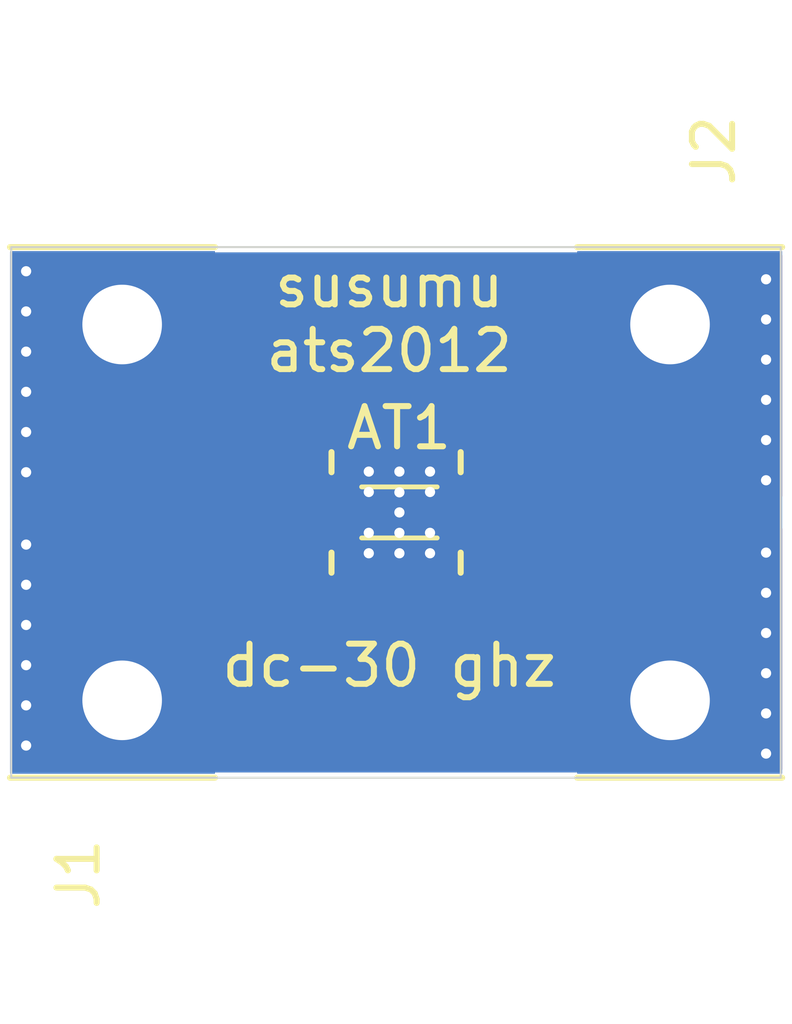
<source format=kicad_pcb>
(kicad_pcb (version 20201220) (generator pcbnew)
  (layers (0 "F.Cu" signal) (1 "In1.Cu" signal) (2 "In2.Cu" signal) (31 "B.Cu" signal) (34 "B.Paste" user) (35 "F.Paste" user) (36 "B.SilkS" user "B.Silkscreen") (37 "F.SilkS" user "F.Silkscreen") (38 "B.Mask" user) (39 "F.Mask" user) (44 "Edge.Cuts" user))
  (net 0 "")
  (net 1 "GND")
  (net 2 "Net-(AT1-Pad2)")
  (net 3 "Net-(AT1-Pad1)")
  (footprint "jtk_rf_footprints:ATS2012" (layer "F.Cu") (at 111.76 114.3)
    (fp_text reference "AT1" (at -0.01 -2.1 unlocked) (layer "F.SilkS"))
    (fp_text value "ATS2012")
    (fp_line (start -0.9398 0.635) (end 0.9398 0.635) (layer "F.SilkS") (width 0.12))
    (fp_line (start -0.9398 -0.635) (end 0.9398 -0.635) (layer "F.SilkS") (width 0.12))
    (pad "1" smd rect (at -0.82 0) (size 0.36 0.25) (layers "F.Cu" "F.Paste" "F.Mask") (net 3 "Net-(AT1-Pad1)"))
    (pad "2" smd rect (at 0.82 0) (size 0.36 0.25) (layers "F.Cu" "F.Paste" "F.Mask") (net 2 "Net-(AT1-Pad2)"))
    (pad "3" smd rect (at 0 0.4) (size 2 0.25) (layers "F.Cu" "F.Paste" "F.Mask") (net 1 "GND"))
    (pad "3" smd rect (at 0 0) (size 0.62 1.02) (layers "F.Cu" "F.Paste" "F.Mask") (net 1 "GND"))
    (pad "3" smd rect (at 0 -0.4) (size 2 0.25) (layers "F.Cu" "F.Paste" "F.Mask") (net 1 "GND"))
  )
  (footprint "jtk_rf_footprints:sw_edge_oshpark_4layer" (layer "F.Cu") (at 102.07 114.3 90)
    (fp_text reference "J1" (at -9 1.7 90) (layer "F.SilkS"))
    (fp_text value "Conn_Coaxial")
    (fp_line (start -6.6 5) (end -6.6 5.1) (layer "F.SilkS") (width 0.15))
    (fp_line (start 1 8) (end 1.5 8) (layer "F.SilkS") (width 0.15))
    (fp_line (start 6.6 0) (end 6.6 5.1) (layer "F.SilkS") (width 0.15))
    (fp_line (start -6.6 0) (end -6.6 5) (layer "F.SilkS") (width 0.15))
    (fp_line (start -1 8) (end -1.5 8) (layer "F.SilkS") (width 0.15))
    (pad "1" smd rect (at 0 3.04 90) (size 0.41 4.08) (layers "F.Cu") (net 3 "Net-(AT1-Pad1)"))
    (pad "1" smd trapezoid (at 0 0.55 90) (size 0.3 0.95) (rect_delta 0 0.11) (layers "F.Cu" "F.Mask") (net 3 "Net-(AT1-Pad1)"))
    (pad "2" thru_hole circle (at 5 0.4 90) (size 0.5 0.5) (drill 0.254) (layers *.Cu *.Mask) (net 1 "GND"))
    (pad "2" thru_hole circle (at 2 0.4 90) (size 0.5 0.5) (drill 0.254) (layers *.Cu *.Mask) (net 1 "GND"))
    (pad "2" smd trapezoid (at 3.4 0.7 90) (size 5.8 0.2) (rect_delta 0 -0.2) (layers "F.Cu" "F.Mask") (net 1 "GND"))
    (pad "2" thru_hole circle (at -0.8 0.4 90) (size 0.5 0.5) (drill 0.254) (layers *.Cu *.Mask) (net 1 "GND"))
    (pad "2" smd rect (at 3.4 0.3 270) (size 6 0.6) (layers "F.Cu" "F.Mask") (net 1 "GND"))
    (pad "2" smd rect (at 4.775 2.85 270) (size 3.25 4.5) (layers "F.Cu" "F.Mask") (net 1 "GND"))
    (pad "2" thru_hole circle (at -5.8 0.4 90) (size 0.5 0.5) (drill 0.254) (layers *.Cu *.Mask) (net 1 "GND"))
    (pad "2" thru_hole circle (at -4.8 0.4 90) (size 0.5 0.5) (drill 0.254) (layers *.Cu *.Mask) (net 1 "GND"))
    (pad "2" thru_hole circle (at -3.8 0.4 90) (size 0.5 0.5) (drill 0.254) (layers *.Cu *.Mask) (net 1 "GND"))
    (pad "2" thru_hole circle (at 3 0.4 90) (size 0.5 0.5) (drill 0.254) (layers *.Cu *.Mask) (net 1 "GND"))
    (pad "2" thru_hole circle (at 6 0.4 90) (size 0.5 0.5) (drill 0.254) (layers *.Cu *.Mask) (net 1 "GND"))
    (pad "2" thru_hole circle (at -1.8 0.4 90) (size 0.5 0.5) (drill 0.254) (layers *.Cu *.Mask) (net 1 "GND"))
    (pad "2" thru_hole circle (at 4.675 2.79 90) (size 3 3) (drill 1.98) (layers *.Cu *.Mask) (net 1 "GND"))
    (pad "2" smd trapezoid (at -3.4 0.7 90) (size 5.8 0.2) (rect_delta 0 -0.2) (layers "F.Cu" "F.Mask") (net 1 "GND"))
    (pad "2" thru_hole circle (at -2.8 0.4 90) (size 0.5 0.5) (drill 0.254) (layers *.Cu *.Mask) (net 1 "GND"))
    (pad "2" smd rect (at 0 2.55 270) (size 13 5.1) (layers "B.Cu" "B.Mask") (net 1 "GND"))
    (pad "2" thru_hole circle (at 4 0.4 90) (size 0.5 0.5) (drill 0.254) (layers *.Cu *.Mask) (net 1 "GND"))
    (pad "2" thru_hole circle (at -4.675 2.79 90) (size 3 3) (drill 1.98) (layers *.Cu *.Mask) (net 1 "GND"))
    (pad "2" smd rect (at -4.775 2.85 270) (size 3.25 4.5) (layers "F.Cu" "F.Mask") (net 1 "GND"))
    (pad "2" smd rect (at -3.4 0.3 270) (size 6 0.6) (layers "F.Cu" "F.Mask") (net 1 "GND"))
    (pad "2" thru_hole circle (at 1 0.4 90) (size 0.5 0.5) (drill 0.254) (layers *.Cu *.Mask) (net 1 "GND"))
  )
  (footprint "jtk_rf_footprints:sw_edge_oshpark_4layer" (layer "F.Cu") (at 121.285001 114.3 -90)
    (fp_text reference "J2" (at -9 1.7 90) (layer "F.SilkS"))
    (fp_text value "Conn_Coaxial")
    (fp_line (start -6.6 0) (end -6.6 5) (layer "F.SilkS") (width 0.15))
    (fp_line (start 6.6 0) (end 6.6 5.1) (layer "F.SilkS") (width 0.15))
    (fp_line (start 1 8) (end 1.5 8) (layer "F.SilkS") (width 0.15))
    (fp_line (start -6.6 5) (end -6.6 5.1) (layer "F.SilkS") (width 0.15))
    (fp_line (start -1 8) (end -1.5 8) (layer "F.SilkS") (width 0.15))
    (pad "1" smd rect (at 0 3.04 270) (size 0.41 4.08) (layers "F.Cu") (net 2 "Net-(AT1-Pad2)"))
    (pad "1" smd trapezoid (at 0 0.55 270) (size 0.3 0.95) (rect_delta 0 0.11) (layers "F.Cu" "F.Mask") (net 2 "Net-(AT1-Pad2)"))
    (pad "2" thru_hole circle (at -2.8 0.4 270) (size 0.5 0.5) (drill 0.254) (layers *.Cu *.Mask) (net 1 "GND"))
    (pad "2" smd rect (at 0 2.55 90) (size 13 5.1) (layers "B.Cu" "B.Mask") (net 1 "GND"))
    (pad "2" thru_hole circle (at -4.675 2.79 270) (size 3 3) (drill 1.98) (layers *.Cu *.Mask) (net 1 "GND"))
    (pad "2" thru_hole circle (at -1.8 0.4 270) (size 0.5 0.5) (drill 0.254) (layers *.Cu *.Mask) (net 1 "GND"))
    (pad "2" thru_hole circle (at 4 0.4 270) (size 0.5 0.5) (drill 0.254) (layers *.Cu *.Mask) (net 1 "GND"))
    (pad "2" thru_hole circle (at 4.675 2.79 270) (size 3 3) (drill 1.98) (layers *.Cu *.Mask) (net 1 "GND"))
    (pad "2" smd rect (at 3.4 0.3 90) (size 6 0.6) (layers "F.Cu" "F.Mask") (net 1 "GND"))
    (pad "2" thru_hole circle (at -0.8 0.4 270) (size 0.5 0.5) (drill 0.254) (layers *.Cu *.Mask) (net 1 "GND"))
    (pad "2" thru_hole circle (at 6 0.4 270) (size 0.5 0.5) (drill 0.254) (layers *.Cu *.Mask) (net 1 "GND"))
    (pad "2" thru_hole circle (at 2 0.4 270) (size 0.5 0.5) (drill 0.254) (layers *.Cu *.Mask) (net 1 "GND"))
    (pad "2" smd rect (at -4.775 2.85 90) (size 3.25 4.5) (layers "F.Cu" "F.Mask") (net 1 "GND"))
    (pad "2" thru_hole circle (at -4.8 0.4 270) (size 0.5 0.5) (drill 0.254) (layers *.Cu *.Mask) (net 1 "GND"))
    (pad "2" thru_hole circle (at 1 0.4 270) (size 0.5 0.5) (drill 0.254) (layers *.Cu *.Mask) (net 1 "GND"))
    (pad "2" smd rect (at -3.4 0.3 90) (size 6 0.6) (layers "F.Cu" "F.Mask") (net 1 "GND"))
    (pad "2" thru_hole circle (at -5.8 0.4 270) (size 0.5 0.5) (drill 0.254) (layers *.Cu *.Mask) (net 1 "GND"))
    (pad "2" smd trapezoid (at -3.4 0.7 270) (size 5.8 0.2) (rect_delta 0 -0.2) (layers "F.Cu" "F.Mask") (net 1 "GND"))
    (pad "2" smd trapezoid (at 3.4 0.7 270) (size 5.8 0.2) (rect_delta 0 -0.2) (layers "F.Cu" "F.Mask") (net 1 "GND"))
    (pad "2" thru_hole circle (at 3 0.4 270) (size 0.5 0.5) (drill 0.254) (layers *.Cu *.Mask) (net 1 "GND"))
    (pad "2" smd rect (at 4.775 2.85 90) (size 3.25 4.5) (layers "F.Cu" "F.Mask") (net 1 "GND"))
    (pad "2" thru_hole circle (at -3.8 0.4 270) (size 0.5 0.5) (drill 0.254) (layers *.Cu *.Mask) (net 1 "GND"))
    (pad "2" thru_hole circle (at 5 0.4 270) (size 0.5 0.5) (drill 0.254) (layers *.Cu *.Mask) (net 1 "GND"))
  )
  (gr_rect (start 102.1 107.7) (end 121.25 120.9) (layer "Edge.Cuts") (width 0.05) (fill none))
  (gr_text "dc-30 ghz" (at 111.506 118.11) (layer "F.SilkS") (effects (font (size 1 1))))
  (gr_text "susumu\nats2012" (at 111.506 109.474) (layer "F.SilkS") (effects (font (size 1 1))))
  (via (at 110.998 113.284) (size 0.48) (drill 0.254) (layers "F.Cu" "B.Cu") (net 1))
  (via (at 111.76 113.284) (size 0.48) (drill 0.254) (layers "F.Cu" "B.Cu") (net 1))
  (via (at 111.76 114.3) (size 0.48) (drill 0.254) (layers "F.Cu" "B.Cu") (net 1))
  (via (at 110.998 115.316) (size 0.48) (drill 0.254) (layers "F.Cu" "B.Cu") (net 1))
  (via (at 111.76 114.808) (size 0.48) (drill 0.254) (layers "F.Cu" "B.Cu") (net 1))
  (via (at 111.76 115.316) (size 0.48) (drill 0.254) (layers "F.Cu" "B.Cu") (net 1))
  (via (at 110.998 114.808) (size 0.48) (drill 0.254) (layers "F.Cu" "B.Cu") (net 1))
  (via (at 111.76 113.8) (size 0.48) (drill 0.254) (layers "F.Cu" "B.Cu") (net 1))
  (via (at 112.522 113.284) (size 0.48) (drill 0.254) (layers "F.Cu" "B.Cu") (net 1))
  (via (at 112.522 113.792) (size 0.48) (drill 0.254) (layers "F.Cu" "B.Cu") (net 1))
  (via (at 110.998 113.792) (size 0.48) (drill 0.254) (layers "F.Cu" "B.Cu") (net 1))
  (via (at 112.522 114.808) (size 0.48) (drill 0.254) (layers "F.Cu" "B.Cu") (net 1))
  (via (at 112.522 115.316) (size 0.48) (drill 0.254) (layers "F.Cu" "B.Cu") (net 1))
  (segment (start 118.245001 114.3) (end 113.2 114.3) (width 0.39) (layer "F.Cu") (net 2))
  (segment (start 113.2 114.3) (end 113 114.3) (width 0.39) (layer "F.Cu") (net 2))
  (segment (start 112.58 114.3) (end 113.2 114.3) (width 0.25) (layer "F.Cu") (net 2))
  (segment (start 110.94 114.3) (end 110.8 114.3) (width 0.25) (layer "F.Cu") (net 3))
  (segment (start 109.855 114.3) (end 110.5 114.3) (width 0.39) (layer "F.Cu") (net 3))
  (segment (start 105.11 114.3) (end 109.855 114.3) (width 0.39) (layer "F.Cu") (net 3))
  (segment (start 110.5 114.3) (end 110.94 114.3) (width 0.25) (layer "F.Cu") (net 3))
  (zone (net 1) (net_name "GND") (layer "F.Cu") (connect_pads yes (clearance 0.1208)) (min_thickness 0.254) (fill yes (thermal_gap 0.508) (thermal_bridge_width 0.508))
    (polygon (pts (xy 112.8 115.57) (xy 110.75 115.57) (xy 110.75 114.6) (xy 112.8 114.6)))
  )
  (zone (net 1) (net_name "GND") (layer "F.Cu") (connect_pads yes (clearance 0.12)) (min_thickness 0.254) (fill yes (thermal_gap 0.508) (thermal_bridge_width 0.508))
    (polygon (pts (xy 112.8 114) (xy 110.75 114) (xy 110.75 113.03) (xy 112.8 113.03)))
  )
  (zone (net 1) (net_name "GND") (layers "In1.Cu" "B.Cu") (connect_pads yes (clearance 0.1308)) (min_thickness 0.254) (fill yes (thermal_gap 0.508) (thermal_bridge_width 0.508))
    (polygon (pts (xy 121.3 120.9) (xy 102 120.9) (xy 102 107.7) (xy 121.3 107.7)))
  )
)
</source>
